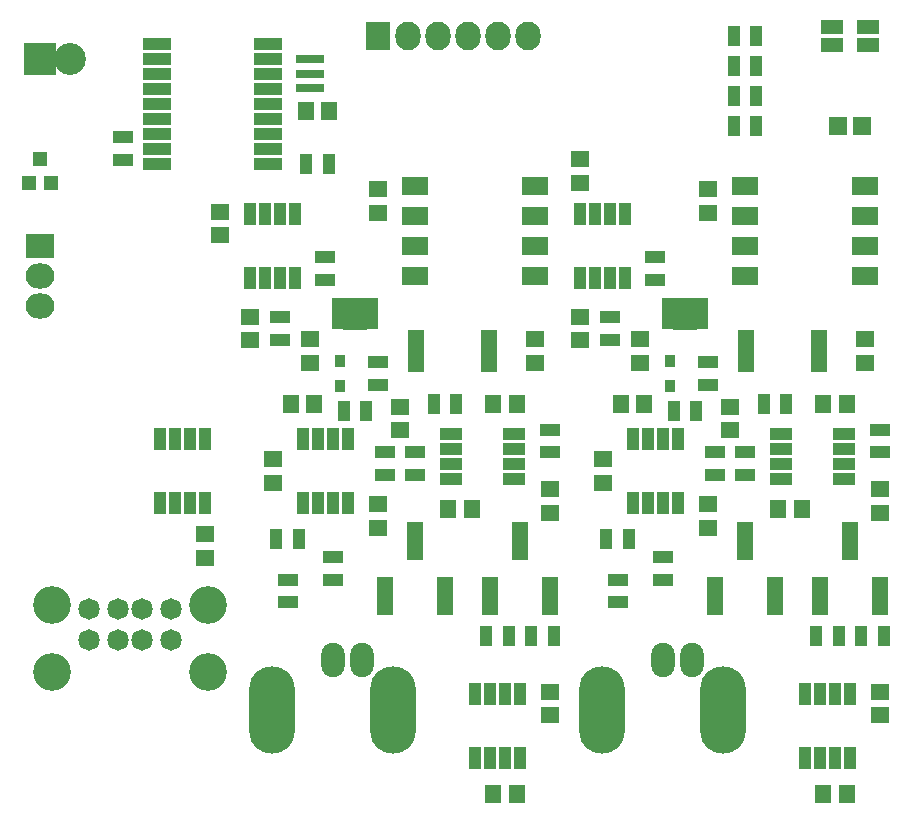
<source format=gts>
G04 #@! TF.FileFunction,Soldermask,Top*
%FSLAX46Y46*%
G04 Gerber Fmt 4.6, Leading zero omitted, Abs format (unit mm)*
G04 Created by KiCad (PCBNEW 4.0.1-stable) date 8/18/2016 11:15:10 PM*
%MOMM*%
G01*
G04 APERTURE LIST*
%ADD10C,0.127000*%
%ADD11R,1.400000X1.650000*%
%ADD12R,1.650000X1.400000*%
%ADD13R,1.900000X1.300000*%
%ADD14R,1.598880X1.598880*%
%ADD15R,2.400000X1.000000*%
%ADD16R,2.432000X2.127200*%
%ADD17O,2.432000X2.127200*%
%ADD18R,2.700000X2.700000*%
%ADD19C,2.700000*%
%ADD20C,1.820000*%
%ADD21C,3.200000*%
%ADD22O,3.900120X7.400240*%
%ADD23O,2.000200X2.899360*%
%ADD24R,2.127200X2.432000*%
%ADD25O,2.127200X2.432000*%
%ADD26R,2.200000X1.600000*%
%ADD27R,1.200100X1.200100*%
%ADD28R,1.100000X1.700000*%
%ADD29R,1.700000X1.100000*%
%ADD30R,1.416000X3.194000*%
%ADD31R,1.000000X1.950000*%
%ADD32R,1.950000X1.000000*%
%ADD33R,1.100000X0.650000*%
%ADD34R,2.050000X2.780000*%
%ADD35R,2.400000X0.800000*%
%ADD36R,1.400000X3.600000*%
%ADD37R,0.850000X0.990000*%
G04 APERTURE END LIST*
D10*
D11*
X27575000Y60960000D03*
X29575000Y60960000D03*
D12*
X19050000Y25130000D03*
X19050000Y23130000D03*
X35560000Y33925000D03*
X35560000Y35925000D03*
X22860000Y43545000D03*
X22860000Y41545000D03*
X20320000Y52435000D03*
X20320000Y50435000D03*
X27940000Y41640000D03*
X27940000Y39640000D03*
X33655000Y52340000D03*
X33655000Y54340000D03*
X46990000Y41640000D03*
X46990000Y39640000D03*
X24765000Y29480000D03*
X24765000Y31480000D03*
X48260000Y26940000D03*
X48260000Y28940000D03*
X48260000Y9795000D03*
X48260000Y11795000D03*
D11*
X28305000Y36195000D03*
X26305000Y36195000D03*
D12*
X33655000Y25670000D03*
X33655000Y27670000D03*
D11*
X45450000Y36195000D03*
X43450000Y36195000D03*
X41640000Y27305000D03*
X39640000Y27305000D03*
X43450000Y3175000D03*
X45450000Y3175000D03*
D12*
X50800000Y43545000D03*
X50800000Y41545000D03*
X50800000Y54880000D03*
X50800000Y56880000D03*
X55880000Y41640000D03*
X55880000Y39640000D03*
X63500000Y33925000D03*
X63500000Y35925000D03*
X61595000Y52340000D03*
X61595000Y54340000D03*
X74930000Y41640000D03*
X74930000Y39640000D03*
X52705000Y29480000D03*
X52705000Y31480000D03*
X76200000Y26940000D03*
X76200000Y28940000D03*
X76200000Y9795000D03*
X76200000Y11795000D03*
D11*
X56245000Y36195000D03*
X54245000Y36195000D03*
D12*
X61595000Y25670000D03*
X61595000Y27670000D03*
D11*
X73390000Y36195000D03*
X71390000Y36195000D03*
X69580000Y27305000D03*
X67580000Y27305000D03*
X71390000Y3175000D03*
X73390000Y3175000D03*
D13*
X75210000Y66560000D03*
X75210000Y68060000D03*
X72110000Y68060000D03*
X72110000Y66560000D03*
D14*
X74709020Y59690000D03*
X72610980Y59690000D03*
D15*
X14985000Y66675000D03*
X14985000Y65405000D03*
X14985000Y64135000D03*
X14985000Y62865000D03*
X14985000Y61595000D03*
X14985000Y60325000D03*
X14985000Y59055000D03*
X14985000Y57785000D03*
X14985000Y56515000D03*
X24385000Y56515000D03*
X24385000Y57785000D03*
X24385000Y59055000D03*
X24385000Y60325000D03*
X24385000Y61595000D03*
X24385000Y62865000D03*
X24385000Y64135000D03*
X24385000Y65405000D03*
X24385000Y66675000D03*
D16*
X5080000Y49530000D03*
D17*
X5080000Y46990000D03*
X5080000Y44450000D03*
D18*
X5080000Y65405000D03*
D19*
X7620000Y65405000D03*
D20*
X9200000Y18805005D03*
X11700000Y18805005D03*
X13700000Y18805005D03*
X16200000Y18805005D03*
X9200000Y16185005D03*
X11700000Y16185005D03*
X13700000Y16185005D03*
X16200000Y16185005D03*
D21*
X19270000Y13475005D03*
X19270000Y19155005D03*
X6130000Y19155005D03*
X6130000Y13475005D03*
D22*
X34942780Y10261600D03*
X24744680Y10261600D03*
D23*
X29845000Y14526260D03*
X32344360Y14526260D03*
D22*
X62882780Y10261600D03*
X52684680Y10261600D03*
D23*
X57785000Y14526260D03*
X60284360Y14526260D03*
D24*
X33655000Y67310000D03*
D25*
X36195000Y67310000D03*
X38735000Y67310000D03*
X41275000Y67310000D03*
X43815000Y67310000D03*
X46355000Y67310000D03*
D26*
X36810000Y54610000D03*
X36810000Y52070000D03*
X36810000Y49530000D03*
X36810000Y46990000D03*
X47010000Y46990000D03*
X47010000Y49530000D03*
X47010000Y52070000D03*
X47010000Y54610000D03*
X64750000Y54610000D03*
X64750000Y52070000D03*
X64750000Y49530000D03*
X64750000Y46990000D03*
X74950000Y46990000D03*
X74950000Y49530000D03*
X74950000Y52070000D03*
X74950000Y54610000D03*
D27*
X4130000Y54879240D03*
X6030000Y54879240D03*
X5080000Y56878220D03*
D28*
X65720000Y64770000D03*
X63820000Y64770000D03*
X65720000Y62230000D03*
X63820000Y62230000D03*
X65720000Y67310000D03*
X63820000Y67310000D03*
X63820000Y59690000D03*
X65720000Y59690000D03*
D29*
X29845000Y21275000D03*
X29845000Y23175000D03*
D28*
X30800000Y35560000D03*
X32700000Y35560000D03*
D29*
X33655000Y37785000D03*
X33655000Y39685000D03*
X36830000Y32065000D03*
X36830000Y30165000D03*
D28*
X26985000Y24765000D03*
X25085000Y24765000D03*
D29*
X25400000Y41595000D03*
X25400000Y43495000D03*
D28*
X38420000Y36195000D03*
X40320000Y36195000D03*
D29*
X34290000Y32065000D03*
X34290000Y30165000D03*
D28*
X48575000Y16510000D03*
X46675000Y16510000D03*
D29*
X26035000Y21270000D03*
X26035000Y19370000D03*
X48260000Y33970000D03*
X48260000Y32070000D03*
D28*
X44765000Y16510000D03*
X42865000Y16510000D03*
D29*
X57785000Y21275000D03*
X57785000Y23175000D03*
D28*
X58740000Y35560000D03*
X60640000Y35560000D03*
D29*
X61595000Y37785000D03*
X61595000Y39685000D03*
X53340000Y41595000D03*
X53340000Y43495000D03*
X64770000Y32065000D03*
X64770000Y30165000D03*
D28*
X54925000Y24765000D03*
X53025000Y24765000D03*
X66360000Y36195000D03*
X68260000Y36195000D03*
D29*
X62230000Y32065000D03*
X62230000Y30165000D03*
D28*
X76515000Y16510000D03*
X74615000Y16510000D03*
D29*
X53975000Y21270000D03*
X53975000Y19370000D03*
X76200000Y33970000D03*
X76200000Y32070000D03*
D28*
X72705000Y16510000D03*
X70805000Y16510000D03*
X29525000Y56515000D03*
X27625000Y56515000D03*
D29*
X12065000Y56835000D03*
X12065000Y58735000D03*
X29210000Y48575000D03*
X29210000Y46675000D03*
X57150000Y48575000D03*
X57150000Y46675000D03*
D30*
X34290000Y19875500D03*
X36830000Y24574500D03*
X39370000Y19875500D03*
X43180000Y19875500D03*
X45720000Y24574500D03*
X48260000Y19875500D03*
X62230000Y19875500D03*
X64770000Y24574500D03*
X67310000Y19875500D03*
X71120000Y19875500D03*
X73660000Y24574500D03*
X76200000Y19875500D03*
D31*
X19050000Y33180000D03*
X17780000Y33180000D03*
X16510000Y33180000D03*
X15240000Y33180000D03*
X15240000Y27780000D03*
X16510000Y27780000D03*
X17780000Y27780000D03*
X19050000Y27780000D03*
X27305000Y27780000D03*
X28575000Y27780000D03*
X29845000Y27780000D03*
X31115000Y27780000D03*
X31115000Y33180000D03*
X29845000Y33180000D03*
X28575000Y33180000D03*
X27305000Y33180000D03*
D32*
X39845000Y33655000D03*
X39845000Y32385000D03*
X39845000Y31115000D03*
X39845000Y29845000D03*
X45245000Y29845000D03*
X45245000Y31115000D03*
X45245000Y32385000D03*
X45245000Y33655000D03*
D31*
X22860000Y46830000D03*
X24130000Y46830000D03*
X25400000Y46830000D03*
X26670000Y46830000D03*
X26670000Y52230000D03*
X25400000Y52230000D03*
X24130000Y52230000D03*
X22860000Y52230000D03*
D33*
X33175000Y42815000D03*
X33175000Y43315000D03*
X33175000Y43815000D03*
X33175000Y44315000D03*
X33175000Y44815000D03*
X30325000Y44815000D03*
X30325000Y44315000D03*
X30325000Y43815000D03*
X30325000Y43315000D03*
X30325000Y42815000D03*
D34*
X31750000Y43815000D03*
D31*
X41910000Y6190000D03*
X43180000Y6190000D03*
X44450000Y6190000D03*
X45720000Y6190000D03*
X45720000Y11590000D03*
X44450000Y11590000D03*
X43180000Y11590000D03*
X41910000Y11590000D03*
X55245000Y27780000D03*
X56515000Y27780000D03*
X57785000Y27780000D03*
X59055000Y27780000D03*
X59055000Y33180000D03*
X57785000Y33180000D03*
X56515000Y33180000D03*
X55245000Y33180000D03*
D32*
X67785000Y33655000D03*
X67785000Y32385000D03*
X67785000Y31115000D03*
X67785000Y29845000D03*
X73185000Y29845000D03*
X73185000Y31115000D03*
X73185000Y32385000D03*
X73185000Y33655000D03*
D31*
X50800000Y46830000D03*
X52070000Y46830000D03*
X53340000Y46830000D03*
X54610000Y46830000D03*
X54610000Y52230000D03*
X53340000Y52230000D03*
X52070000Y52230000D03*
X50800000Y52230000D03*
D33*
X61115000Y42815000D03*
X61115000Y43315000D03*
X61115000Y43815000D03*
X61115000Y44315000D03*
X61115000Y44815000D03*
X58265000Y44815000D03*
X58265000Y44315000D03*
X58265000Y43815000D03*
X58265000Y43315000D03*
X58265000Y42815000D03*
D34*
X59690000Y43815000D03*
D31*
X69850000Y6190000D03*
X71120000Y6190000D03*
X72390000Y6190000D03*
X73660000Y6190000D03*
X73660000Y11590000D03*
X72390000Y11590000D03*
X71120000Y11590000D03*
X69850000Y11590000D03*
D35*
X27940000Y64135000D03*
X27940000Y65335000D03*
X27940000Y62935000D03*
D36*
X43105000Y40640000D03*
X36905000Y40640000D03*
X71045000Y40640000D03*
X64845000Y40640000D03*
D37*
X30480000Y39790000D03*
X30480000Y37680000D03*
X58420000Y39790000D03*
X58420000Y37680000D03*
M02*

</source>
